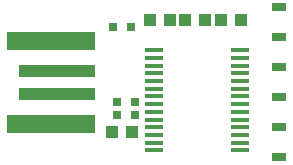
<source format=gtp>
G75*
G70*
%OFA0B0*%
%FSLAX24Y24*%
%IPPOS*%
%LPD*%
%AMOC8*
5,1,8,0,0,1.08239X$1,22.5*
%
%ADD10R,0.2953X0.0591*%
%ADD11R,0.2559X0.0394*%
%ADD12R,0.0315X0.0315*%
%ADD13R,0.0394X0.0433*%
%ADD14R,0.0433X0.0394*%
%ADD15R,0.0591X0.0157*%
%ADD16R,0.0500X0.0250*%
D10*
X002022Y001570D03*
X002022Y004326D03*
D11*
X002219Y003341D03*
X002219Y002554D03*
D12*
X004216Y002288D03*
X004806Y002288D03*
X004806Y001868D03*
X004216Y001868D03*
X004076Y004808D03*
X004666Y004808D03*
D13*
X005296Y005018D03*
X005965Y005018D03*
X004705Y001303D03*
X004036Y001303D03*
D14*
X006486Y005018D03*
X007155Y005018D03*
X007676Y005018D03*
X008345Y005018D03*
D15*
X008308Y004011D03*
X008308Y003755D03*
X008308Y003499D03*
X008308Y003243D03*
X008308Y002987D03*
X008308Y002731D03*
X008308Y002476D03*
X008308Y002220D03*
X008308Y001964D03*
X008308Y001708D03*
X008308Y001452D03*
X008308Y001196D03*
X008308Y000940D03*
X008308Y000684D03*
X005454Y000684D03*
X005454Y000940D03*
X005454Y001196D03*
X005454Y001452D03*
X005454Y001708D03*
X005454Y001964D03*
X005454Y002220D03*
X005454Y002476D03*
X005454Y002731D03*
X005454Y002987D03*
X005454Y003243D03*
X005454Y003499D03*
X005454Y003755D03*
X005454Y004011D03*
D16*
X009601Y004448D03*
X009601Y005448D03*
X009601Y003448D03*
X009601Y002448D03*
X009601Y001448D03*
X009601Y000448D03*
M02*

</source>
